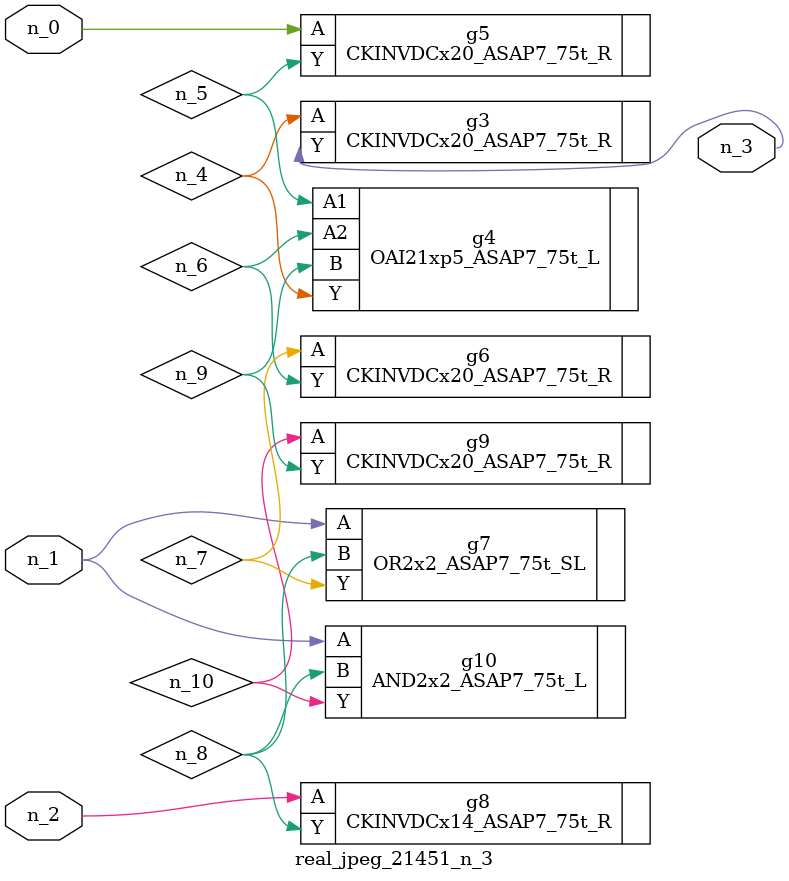
<source format=v>
module real_jpeg_21451_n_3 (n_1, n_0, n_2, n_3);

input n_1;
input n_0;
input n_2;

output n_3;

wire n_5;
wire n_8;
wire n_4;
wire n_6;
wire n_7;
wire n_10;
wire n_9;

CKINVDCx20_ASAP7_75t_R g5 ( 
.A(n_0),
.Y(n_5)
);

OR2x2_ASAP7_75t_SL g7 ( 
.A(n_1),
.B(n_8),
.Y(n_7)
);

AND2x2_ASAP7_75t_L g10 ( 
.A(n_1),
.B(n_8),
.Y(n_10)
);

CKINVDCx14_ASAP7_75t_R g8 ( 
.A(n_2),
.Y(n_8)
);

CKINVDCx20_ASAP7_75t_R g3 ( 
.A(n_4),
.Y(n_3)
);

OAI21xp5_ASAP7_75t_L g4 ( 
.A1(n_5),
.A2(n_6),
.B(n_9),
.Y(n_4)
);

CKINVDCx20_ASAP7_75t_R g6 ( 
.A(n_7),
.Y(n_6)
);

CKINVDCx20_ASAP7_75t_R g9 ( 
.A(n_10),
.Y(n_9)
);


endmodule
</source>
